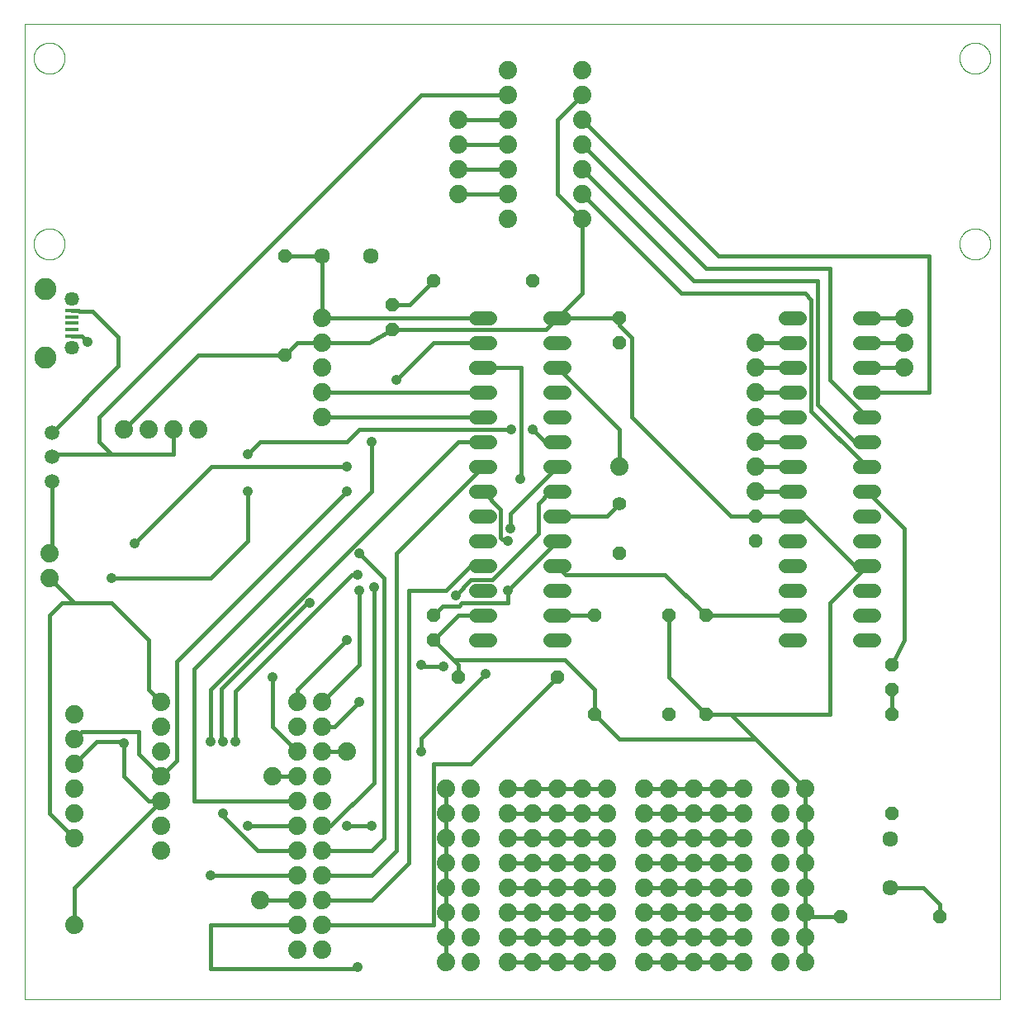
<source format=gtl>
G04 EAGLE Gerber RS-274X export*
G75*
%MOMM*%
%FSLAX34Y34*%
%LPD*%
%INTop Copper*%
%IPPOS*%
%AMOC8*
5,1,8,0,0,1.08239X$1,22.5*%
G01*
%ADD10C,0.000000*%
%ADD11C,1.422400*%
%ADD12R,1.350000X0.400000*%
%ADD13C,1.459600*%
%ADD14C,2.250000*%
%ADD15C,1.879600*%
%ADD16C,1.509600*%
%ADD17P,1.539592X8X112.500000*%
%ADD18P,1.539592X8X202.500000*%
%ADD19C,1.609600*%
%ADD20P,1.539592X8X292.500000*%
%ADD21C,1.422400*%
%ADD22C,0.406400*%
%ADD23C,1.058000*%


D10*
X0Y0D02*
X1000000Y0D01*
X1000000Y1000000D01*
X0Y1000000D01*
X0Y0D01*
X9525Y965200D02*
X9530Y965590D01*
X9544Y965979D01*
X9568Y966368D01*
X9601Y966756D01*
X9644Y967143D01*
X9697Y967529D01*
X9759Y967914D01*
X9830Y968297D01*
X9911Y968678D01*
X10001Y969057D01*
X10100Y969434D01*
X10209Y969808D01*
X10326Y970180D01*
X10453Y970548D01*
X10589Y970913D01*
X10733Y971275D01*
X10887Y971633D01*
X11049Y971987D01*
X11220Y972338D01*
X11399Y972683D01*
X11587Y973025D01*
X11784Y973361D01*
X11988Y973693D01*
X12200Y974020D01*
X12421Y974341D01*
X12649Y974657D01*
X12885Y974967D01*
X13128Y975271D01*
X13379Y975569D01*
X13637Y975861D01*
X13903Y976146D01*
X14175Y976425D01*
X14454Y976697D01*
X14739Y976963D01*
X15031Y977221D01*
X15329Y977472D01*
X15633Y977715D01*
X15943Y977951D01*
X16259Y978179D01*
X16580Y978400D01*
X16907Y978612D01*
X17239Y978816D01*
X17575Y979013D01*
X17917Y979201D01*
X18262Y979380D01*
X18613Y979551D01*
X18967Y979713D01*
X19325Y979867D01*
X19687Y980011D01*
X20052Y980147D01*
X20420Y980274D01*
X20792Y980391D01*
X21166Y980500D01*
X21543Y980599D01*
X21922Y980689D01*
X22303Y980770D01*
X22686Y980841D01*
X23071Y980903D01*
X23457Y980956D01*
X23844Y980999D01*
X24232Y981032D01*
X24621Y981056D01*
X25010Y981070D01*
X25400Y981075D01*
X25790Y981070D01*
X26179Y981056D01*
X26568Y981032D01*
X26956Y980999D01*
X27343Y980956D01*
X27729Y980903D01*
X28114Y980841D01*
X28497Y980770D01*
X28878Y980689D01*
X29257Y980599D01*
X29634Y980500D01*
X30008Y980391D01*
X30380Y980274D01*
X30748Y980147D01*
X31113Y980011D01*
X31475Y979867D01*
X31833Y979713D01*
X32187Y979551D01*
X32538Y979380D01*
X32883Y979201D01*
X33225Y979013D01*
X33561Y978816D01*
X33893Y978612D01*
X34220Y978400D01*
X34541Y978179D01*
X34857Y977951D01*
X35167Y977715D01*
X35471Y977472D01*
X35769Y977221D01*
X36061Y976963D01*
X36346Y976697D01*
X36625Y976425D01*
X36897Y976146D01*
X37163Y975861D01*
X37421Y975569D01*
X37672Y975271D01*
X37915Y974967D01*
X38151Y974657D01*
X38379Y974341D01*
X38600Y974020D01*
X38812Y973693D01*
X39016Y973361D01*
X39213Y973025D01*
X39401Y972683D01*
X39580Y972338D01*
X39751Y971987D01*
X39913Y971633D01*
X40067Y971275D01*
X40211Y970913D01*
X40347Y970548D01*
X40474Y970180D01*
X40591Y969808D01*
X40700Y969434D01*
X40799Y969057D01*
X40889Y968678D01*
X40970Y968297D01*
X41041Y967914D01*
X41103Y967529D01*
X41156Y967143D01*
X41199Y966756D01*
X41232Y966368D01*
X41256Y965979D01*
X41270Y965590D01*
X41275Y965200D01*
X41270Y964810D01*
X41256Y964421D01*
X41232Y964032D01*
X41199Y963644D01*
X41156Y963257D01*
X41103Y962871D01*
X41041Y962486D01*
X40970Y962103D01*
X40889Y961722D01*
X40799Y961343D01*
X40700Y960966D01*
X40591Y960592D01*
X40474Y960220D01*
X40347Y959852D01*
X40211Y959487D01*
X40067Y959125D01*
X39913Y958767D01*
X39751Y958413D01*
X39580Y958062D01*
X39401Y957717D01*
X39213Y957375D01*
X39016Y957039D01*
X38812Y956707D01*
X38600Y956380D01*
X38379Y956059D01*
X38151Y955743D01*
X37915Y955433D01*
X37672Y955129D01*
X37421Y954831D01*
X37163Y954539D01*
X36897Y954254D01*
X36625Y953975D01*
X36346Y953703D01*
X36061Y953437D01*
X35769Y953179D01*
X35471Y952928D01*
X35167Y952685D01*
X34857Y952449D01*
X34541Y952221D01*
X34220Y952000D01*
X33893Y951788D01*
X33561Y951584D01*
X33225Y951387D01*
X32883Y951199D01*
X32538Y951020D01*
X32187Y950849D01*
X31833Y950687D01*
X31475Y950533D01*
X31113Y950389D01*
X30748Y950253D01*
X30380Y950126D01*
X30008Y950009D01*
X29634Y949900D01*
X29257Y949801D01*
X28878Y949711D01*
X28497Y949630D01*
X28114Y949559D01*
X27729Y949497D01*
X27343Y949444D01*
X26956Y949401D01*
X26568Y949368D01*
X26179Y949344D01*
X25790Y949330D01*
X25400Y949325D01*
X25010Y949330D01*
X24621Y949344D01*
X24232Y949368D01*
X23844Y949401D01*
X23457Y949444D01*
X23071Y949497D01*
X22686Y949559D01*
X22303Y949630D01*
X21922Y949711D01*
X21543Y949801D01*
X21166Y949900D01*
X20792Y950009D01*
X20420Y950126D01*
X20052Y950253D01*
X19687Y950389D01*
X19325Y950533D01*
X18967Y950687D01*
X18613Y950849D01*
X18262Y951020D01*
X17917Y951199D01*
X17575Y951387D01*
X17239Y951584D01*
X16907Y951788D01*
X16580Y952000D01*
X16259Y952221D01*
X15943Y952449D01*
X15633Y952685D01*
X15329Y952928D01*
X15031Y953179D01*
X14739Y953437D01*
X14454Y953703D01*
X14175Y953975D01*
X13903Y954254D01*
X13637Y954539D01*
X13379Y954831D01*
X13128Y955129D01*
X12885Y955433D01*
X12649Y955743D01*
X12421Y956059D01*
X12200Y956380D01*
X11988Y956707D01*
X11784Y957039D01*
X11587Y957375D01*
X11399Y957717D01*
X11220Y958062D01*
X11049Y958413D01*
X10887Y958767D01*
X10733Y959125D01*
X10589Y959487D01*
X10453Y959852D01*
X10326Y960220D01*
X10209Y960592D01*
X10100Y960966D01*
X10001Y961343D01*
X9911Y961722D01*
X9830Y962103D01*
X9759Y962486D01*
X9697Y962871D01*
X9644Y963257D01*
X9601Y963644D01*
X9568Y964032D01*
X9544Y964421D01*
X9530Y964810D01*
X9525Y965200D01*
X9525Y774700D02*
X9530Y775090D01*
X9544Y775479D01*
X9568Y775868D01*
X9601Y776256D01*
X9644Y776643D01*
X9697Y777029D01*
X9759Y777414D01*
X9830Y777797D01*
X9911Y778178D01*
X10001Y778557D01*
X10100Y778934D01*
X10209Y779308D01*
X10326Y779680D01*
X10453Y780048D01*
X10589Y780413D01*
X10733Y780775D01*
X10887Y781133D01*
X11049Y781487D01*
X11220Y781838D01*
X11399Y782183D01*
X11587Y782525D01*
X11784Y782861D01*
X11988Y783193D01*
X12200Y783520D01*
X12421Y783841D01*
X12649Y784157D01*
X12885Y784467D01*
X13128Y784771D01*
X13379Y785069D01*
X13637Y785361D01*
X13903Y785646D01*
X14175Y785925D01*
X14454Y786197D01*
X14739Y786463D01*
X15031Y786721D01*
X15329Y786972D01*
X15633Y787215D01*
X15943Y787451D01*
X16259Y787679D01*
X16580Y787900D01*
X16907Y788112D01*
X17239Y788316D01*
X17575Y788513D01*
X17917Y788701D01*
X18262Y788880D01*
X18613Y789051D01*
X18967Y789213D01*
X19325Y789367D01*
X19687Y789511D01*
X20052Y789647D01*
X20420Y789774D01*
X20792Y789891D01*
X21166Y790000D01*
X21543Y790099D01*
X21922Y790189D01*
X22303Y790270D01*
X22686Y790341D01*
X23071Y790403D01*
X23457Y790456D01*
X23844Y790499D01*
X24232Y790532D01*
X24621Y790556D01*
X25010Y790570D01*
X25400Y790575D01*
X25790Y790570D01*
X26179Y790556D01*
X26568Y790532D01*
X26956Y790499D01*
X27343Y790456D01*
X27729Y790403D01*
X28114Y790341D01*
X28497Y790270D01*
X28878Y790189D01*
X29257Y790099D01*
X29634Y790000D01*
X30008Y789891D01*
X30380Y789774D01*
X30748Y789647D01*
X31113Y789511D01*
X31475Y789367D01*
X31833Y789213D01*
X32187Y789051D01*
X32538Y788880D01*
X32883Y788701D01*
X33225Y788513D01*
X33561Y788316D01*
X33893Y788112D01*
X34220Y787900D01*
X34541Y787679D01*
X34857Y787451D01*
X35167Y787215D01*
X35471Y786972D01*
X35769Y786721D01*
X36061Y786463D01*
X36346Y786197D01*
X36625Y785925D01*
X36897Y785646D01*
X37163Y785361D01*
X37421Y785069D01*
X37672Y784771D01*
X37915Y784467D01*
X38151Y784157D01*
X38379Y783841D01*
X38600Y783520D01*
X38812Y783193D01*
X39016Y782861D01*
X39213Y782525D01*
X39401Y782183D01*
X39580Y781838D01*
X39751Y781487D01*
X39913Y781133D01*
X40067Y780775D01*
X40211Y780413D01*
X40347Y780048D01*
X40474Y779680D01*
X40591Y779308D01*
X40700Y778934D01*
X40799Y778557D01*
X40889Y778178D01*
X40970Y777797D01*
X41041Y777414D01*
X41103Y777029D01*
X41156Y776643D01*
X41199Y776256D01*
X41232Y775868D01*
X41256Y775479D01*
X41270Y775090D01*
X41275Y774700D01*
X41270Y774310D01*
X41256Y773921D01*
X41232Y773532D01*
X41199Y773144D01*
X41156Y772757D01*
X41103Y772371D01*
X41041Y771986D01*
X40970Y771603D01*
X40889Y771222D01*
X40799Y770843D01*
X40700Y770466D01*
X40591Y770092D01*
X40474Y769720D01*
X40347Y769352D01*
X40211Y768987D01*
X40067Y768625D01*
X39913Y768267D01*
X39751Y767913D01*
X39580Y767562D01*
X39401Y767217D01*
X39213Y766875D01*
X39016Y766539D01*
X38812Y766207D01*
X38600Y765880D01*
X38379Y765559D01*
X38151Y765243D01*
X37915Y764933D01*
X37672Y764629D01*
X37421Y764331D01*
X37163Y764039D01*
X36897Y763754D01*
X36625Y763475D01*
X36346Y763203D01*
X36061Y762937D01*
X35769Y762679D01*
X35471Y762428D01*
X35167Y762185D01*
X34857Y761949D01*
X34541Y761721D01*
X34220Y761500D01*
X33893Y761288D01*
X33561Y761084D01*
X33225Y760887D01*
X32883Y760699D01*
X32538Y760520D01*
X32187Y760349D01*
X31833Y760187D01*
X31475Y760033D01*
X31113Y759889D01*
X30748Y759753D01*
X30380Y759626D01*
X30008Y759509D01*
X29634Y759400D01*
X29257Y759301D01*
X28878Y759211D01*
X28497Y759130D01*
X28114Y759059D01*
X27729Y758997D01*
X27343Y758944D01*
X26956Y758901D01*
X26568Y758868D01*
X26179Y758844D01*
X25790Y758830D01*
X25400Y758825D01*
X25010Y758830D01*
X24621Y758844D01*
X24232Y758868D01*
X23844Y758901D01*
X23457Y758944D01*
X23071Y758997D01*
X22686Y759059D01*
X22303Y759130D01*
X21922Y759211D01*
X21543Y759301D01*
X21166Y759400D01*
X20792Y759509D01*
X20420Y759626D01*
X20052Y759753D01*
X19687Y759889D01*
X19325Y760033D01*
X18967Y760187D01*
X18613Y760349D01*
X18262Y760520D01*
X17917Y760699D01*
X17575Y760887D01*
X17239Y761084D01*
X16907Y761288D01*
X16580Y761500D01*
X16259Y761721D01*
X15943Y761949D01*
X15633Y762185D01*
X15329Y762428D01*
X15031Y762679D01*
X14739Y762937D01*
X14454Y763203D01*
X14175Y763475D01*
X13903Y763754D01*
X13637Y764039D01*
X13379Y764331D01*
X13128Y764629D01*
X12885Y764933D01*
X12649Y765243D01*
X12421Y765559D01*
X12200Y765880D01*
X11988Y766207D01*
X11784Y766539D01*
X11587Y766875D01*
X11399Y767217D01*
X11220Y767562D01*
X11049Y767913D01*
X10887Y768267D01*
X10733Y768625D01*
X10589Y768987D01*
X10453Y769352D01*
X10326Y769720D01*
X10209Y770092D01*
X10100Y770466D01*
X10001Y770843D01*
X9911Y771222D01*
X9830Y771603D01*
X9759Y771986D01*
X9697Y772371D01*
X9644Y772757D01*
X9601Y773144D01*
X9568Y773532D01*
X9544Y773921D01*
X9530Y774310D01*
X9525Y774700D01*
X958723Y965200D02*
X958728Y965590D01*
X958742Y965979D01*
X958766Y966368D01*
X958799Y966756D01*
X958842Y967143D01*
X958895Y967529D01*
X958957Y967914D01*
X959028Y968297D01*
X959109Y968678D01*
X959199Y969057D01*
X959298Y969434D01*
X959407Y969808D01*
X959524Y970180D01*
X959651Y970548D01*
X959787Y970913D01*
X959931Y971275D01*
X960085Y971633D01*
X960247Y971987D01*
X960418Y972338D01*
X960597Y972683D01*
X960785Y973025D01*
X960982Y973361D01*
X961186Y973693D01*
X961398Y974020D01*
X961619Y974341D01*
X961847Y974657D01*
X962083Y974967D01*
X962326Y975271D01*
X962577Y975569D01*
X962835Y975861D01*
X963101Y976146D01*
X963373Y976425D01*
X963652Y976697D01*
X963937Y976963D01*
X964229Y977221D01*
X964527Y977472D01*
X964831Y977715D01*
X965141Y977951D01*
X965457Y978179D01*
X965778Y978400D01*
X966105Y978612D01*
X966437Y978816D01*
X966773Y979013D01*
X967115Y979201D01*
X967460Y979380D01*
X967811Y979551D01*
X968165Y979713D01*
X968523Y979867D01*
X968885Y980011D01*
X969250Y980147D01*
X969618Y980274D01*
X969990Y980391D01*
X970364Y980500D01*
X970741Y980599D01*
X971120Y980689D01*
X971501Y980770D01*
X971884Y980841D01*
X972269Y980903D01*
X972655Y980956D01*
X973042Y980999D01*
X973430Y981032D01*
X973819Y981056D01*
X974208Y981070D01*
X974598Y981075D01*
X974988Y981070D01*
X975377Y981056D01*
X975766Y981032D01*
X976154Y980999D01*
X976541Y980956D01*
X976927Y980903D01*
X977312Y980841D01*
X977695Y980770D01*
X978076Y980689D01*
X978455Y980599D01*
X978832Y980500D01*
X979206Y980391D01*
X979578Y980274D01*
X979946Y980147D01*
X980311Y980011D01*
X980673Y979867D01*
X981031Y979713D01*
X981385Y979551D01*
X981736Y979380D01*
X982081Y979201D01*
X982423Y979013D01*
X982759Y978816D01*
X983091Y978612D01*
X983418Y978400D01*
X983739Y978179D01*
X984055Y977951D01*
X984365Y977715D01*
X984669Y977472D01*
X984967Y977221D01*
X985259Y976963D01*
X985544Y976697D01*
X985823Y976425D01*
X986095Y976146D01*
X986361Y975861D01*
X986619Y975569D01*
X986870Y975271D01*
X987113Y974967D01*
X987349Y974657D01*
X987577Y974341D01*
X987798Y974020D01*
X988010Y973693D01*
X988214Y973361D01*
X988411Y973025D01*
X988599Y972683D01*
X988778Y972338D01*
X988949Y971987D01*
X989111Y971633D01*
X989265Y971275D01*
X989409Y970913D01*
X989545Y970548D01*
X989672Y970180D01*
X989789Y969808D01*
X989898Y969434D01*
X989997Y969057D01*
X990087Y968678D01*
X990168Y968297D01*
X990239Y967914D01*
X990301Y967529D01*
X990354Y967143D01*
X990397Y966756D01*
X990430Y966368D01*
X990454Y965979D01*
X990468Y965590D01*
X990473Y965200D01*
X990468Y964810D01*
X990454Y964421D01*
X990430Y964032D01*
X990397Y963644D01*
X990354Y963257D01*
X990301Y962871D01*
X990239Y962486D01*
X990168Y962103D01*
X990087Y961722D01*
X989997Y961343D01*
X989898Y960966D01*
X989789Y960592D01*
X989672Y960220D01*
X989545Y959852D01*
X989409Y959487D01*
X989265Y959125D01*
X989111Y958767D01*
X988949Y958413D01*
X988778Y958062D01*
X988599Y957717D01*
X988411Y957375D01*
X988214Y957039D01*
X988010Y956707D01*
X987798Y956380D01*
X987577Y956059D01*
X987349Y955743D01*
X987113Y955433D01*
X986870Y955129D01*
X986619Y954831D01*
X986361Y954539D01*
X986095Y954254D01*
X985823Y953975D01*
X985544Y953703D01*
X985259Y953437D01*
X984967Y953179D01*
X984669Y952928D01*
X984365Y952685D01*
X984055Y952449D01*
X983739Y952221D01*
X983418Y952000D01*
X983091Y951788D01*
X982759Y951584D01*
X982423Y951387D01*
X982081Y951199D01*
X981736Y951020D01*
X981385Y950849D01*
X981031Y950687D01*
X980673Y950533D01*
X980311Y950389D01*
X979946Y950253D01*
X979578Y950126D01*
X979206Y950009D01*
X978832Y949900D01*
X978455Y949801D01*
X978076Y949711D01*
X977695Y949630D01*
X977312Y949559D01*
X976927Y949497D01*
X976541Y949444D01*
X976154Y949401D01*
X975766Y949368D01*
X975377Y949344D01*
X974988Y949330D01*
X974598Y949325D01*
X974208Y949330D01*
X973819Y949344D01*
X973430Y949368D01*
X973042Y949401D01*
X972655Y949444D01*
X972269Y949497D01*
X971884Y949559D01*
X971501Y949630D01*
X971120Y949711D01*
X970741Y949801D01*
X970364Y949900D01*
X969990Y950009D01*
X969618Y950126D01*
X969250Y950253D01*
X968885Y950389D01*
X968523Y950533D01*
X968165Y950687D01*
X967811Y950849D01*
X967460Y951020D01*
X967115Y951199D01*
X966773Y951387D01*
X966437Y951584D01*
X966105Y951788D01*
X965778Y952000D01*
X965457Y952221D01*
X965141Y952449D01*
X964831Y952685D01*
X964527Y952928D01*
X964229Y953179D01*
X963937Y953437D01*
X963652Y953703D01*
X963373Y953975D01*
X963101Y954254D01*
X962835Y954539D01*
X962577Y954831D01*
X962326Y955129D01*
X962083Y955433D01*
X961847Y955743D01*
X961619Y956059D01*
X961398Y956380D01*
X961186Y956707D01*
X960982Y957039D01*
X960785Y957375D01*
X960597Y957717D01*
X960418Y958062D01*
X960247Y958413D01*
X960085Y958767D01*
X959931Y959125D01*
X959787Y959487D01*
X959651Y959852D01*
X959524Y960220D01*
X959407Y960592D01*
X959298Y960966D01*
X959199Y961343D01*
X959109Y961722D01*
X959028Y962103D01*
X958957Y962486D01*
X958895Y962871D01*
X958842Y963257D01*
X958799Y963644D01*
X958766Y964032D01*
X958742Y964421D01*
X958728Y964810D01*
X958723Y965200D01*
X958723Y774700D02*
X958728Y775090D01*
X958742Y775479D01*
X958766Y775868D01*
X958799Y776256D01*
X958842Y776643D01*
X958895Y777029D01*
X958957Y777414D01*
X959028Y777797D01*
X959109Y778178D01*
X959199Y778557D01*
X959298Y778934D01*
X959407Y779308D01*
X959524Y779680D01*
X959651Y780048D01*
X959787Y780413D01*
X959931Y780775D01*
X960085Y781133D01*
X960247Y781487D01*
X960418Y781838D01*
X960597Y782183D01*
X960785Y782525D01*
X960982Y782861D01*
X961186Y783193D01*
X961398Y783520D01*
X961619Y783841D01*
X961847Y784157D01*
X962083Y784467D01*
X962326Y784771D01*
X962577Y785069D01*
X962835Y785361D01*
X963101Y785646D01*
X963373Y785925D01*
X963652Y786197D01*
X963937Y786463D01*
X964229Y786721D01*
X964527Y786972D01*
X964831Y787215D01*
X965141Y787451D01*
X965457Y787679D01*
X965778Y787900D01*
X966105Y788112D01*
X966437Y788316D01*
X966773Y788513D01*
X967115Y788701D01*
X967460Y788880D01*
X967811Y789051D01*
X968165Y789213D01*
X968523Y789367D01*
X968885Y789511D01*
X969250Y789647D01*
X969618Y789774D01*
X969990Y789891D01*
X970364Y790000D01*
X970741Y790099D01*
X971120Y790189D01*
X971501Y790270D01*
X971884Y790341D01*
X972269Y790403D01*
X972655Y790456D01*
X973042Y790499D01*
X973430Y790532D01*
X973819Y790556D01*
X974208Y790570D01*
X974598Y790575D01*
X974988Y790570D01*
X975377Y790556D01*
X975766Y790532D01*
X976154Y790499D01*
X976541Y790456D01*
X976927Y790403D01*
X977312Y790341D01*
X977695Y790270D01*
X978076Y790189D01*
X978455Y790099D01*
X978832Y790000D01*
X979206Y789891D01*
X979578Y789774D01*
X979946Y789647D01*
X980311Y789511D01*
X980673Y789367D01*
X981031Y789213D01*
X981385Y789051D01*
X981736Y788880D01*
X982081Y788701D01*
X982423Y788513D01*
X982759Y788316D01*
X983091Y788112D01*
X983418Y787900D01*
X983739Y787679D01*
X984055Y787451D01*
X984365Y787215D01*
X984669Y786972D01*
X984967Y786721D01*
X985259Y786463D01*
X985544Y786197D01*
X985823Y785925D01*
X986095Y785646D01*
X986361Y785361D01*
X986619Y785069D01*
X986870Y784771D01*
X987113Y784467D01*
X987349Y784157D01*
X987577Y783841D01*
X987798Y783520D01*
X988010Y783193D01*
X988214Y782861D01*
X988411Y782525D01*
X988599Y782183D01*
X988778Y781838D01*
X988949Y781487D01*
X989111Y781133D01*
X989265Y780775D01*
X989409Y780413D01*
X989545Y780048D01*
X989672Y779680D01*
X989789Y779308D01*
X989898Y778934D01*
X989997Y778557D01*
X990087Y778178D01*
X990168Y777797D01*
X990239Y777414D01*
X990301Y777029D01*
X990354Y776643D01*
X990397Y776256D01*
X990430Y775868D01*
X990454Y775479D01*
X990468Y775090D01*
X990473Y774700D01*
X990468Y774310D01*
X990454Y773921D01*
X990430Y773532D01*
X990397Y773144D01*
X990354Y772757D01*
X990301Y772371D01*
X990239Y771986D01*
X990168Y771603D01*
X990087Y771222D01*
X989997Y770843D01*
X989898Y770466D01*
X989789Y770092D01*
X989672Y769720D01*
X989545Y769352D01*
X989409Y768987D01*
X989265Y768625D01*
X989111Y768267D01*
X988949Y767913D01*
X988778Y767562D01*
X988599Y767217D01*
X988411Y766875D01*
X988214Y766539D01*
X988010Y766207D01*
X987798Y765880D01*
X987577Y765559D01*
X987349Y765243D01*
X987113Y764933D01*
X986870Y764629D01*
X986619Y764331D01*
X986361Y764039D01*
X986095Y763754D01*
X985823Y763475D01*
X985544Y763203D01*
X985259Y762937D01*
X984967Y762679D01*
X984669Y762428D01*
X984365Y762185D01*
X984055Y761949D01*
X983739Y761721D01*
X983418Y761500D01*
X983091Y761288D01*
X982759Y761084D01*
X982423Y760887D01*
X982081Y760699D01*
X981736Y760520D01*
X981385Y760349D01*
X981031Y760187D01*
X980673Y760033D01*
X980311Y759889D01*
X979946Y759753D01*
X979578Y759626D01*
X979206Y759509D01*
X978832Y759400D01*
X978455Y759301D01*
X978076Y759211D01*
X977695Y759130D01*
X977312Y759059D01*
X976927Y758997D01*
X976541Y758944D01*
X976154Y758901D01*
X975766Y758868D01*
X975377Y758844D01*
X974988Y758830D01*
X974598Y758825D01*
X974208Y758830D01*
X973819Y758844D01*
X973430Y758868D01*
X973042Y758901D01*
X972655Y758944D01*
X972269Y758997D01*
X971884Y759059D01*
X971501Y759130D01*
X971120Y759211D01*
X970741Y759301D01*
X970364Y759400D01*
X969990Y759509D01*
X969618Y759626D01*
X969250Y759753D01*
X968885Y759889D01*
X968523Y760033D01*
X968165Y760187D01*
X967811Y760349D01*
X967460Y760520D01*
X967115Y760699D01*
X966773Y760887D01*
X966437Y761084D01*
X966105Y761288D01*
X965778Y761500D01*
X965457Y761721D01*
X965141Y761949D01*
X964831Y762185D01*
X964527Y762428D01*
X964229Y762679D01*
X963937Y762937D01*
X963652Y763203D01*
X963373Y763475D01*
X963101Y763754D01*
X962835Y764039D01*
X962577Y764331D01*
X962326Y764629D01*
X962083Y764933D01*
X961847Y765243D01*
X961619Y765559D01*
X961398Y765880D01*
X961186Y766207D01*
X960982Y766539D01*
X960785Y766875D01*
X960597Y767217D01*
X960418Y767562D01*
X960247Y767913D01*
X960085Y768267D01*
X959931Y768625D01*
X959787Y768987D01*
X959651Y769352D01*
X959524Y769720D01*
X959407Y770092D01*
X959298Y770466D01*
X959199Y770843D01*
X959109Y771222D01*
X959028Y771603D01*
X958957Y771986D01*
X958895Y772371D01*
X958842Y772757D01*
X958799Y773144D01*
X958766Y773532D01*
X958742Y773921D01*
X958728Y774310D01*
X958723Y774700D01*
D11*
X477012Y698500D02*
X462788Y698500D01*
X462788Y673100D02*
X477012Y673100D01*
X477012Y647700D02*
X462788Y647700D01*
X462788Y622300D02*
X477012Y622300D01*
X477012Y596900D02*
X462788Y596900D01*
X462788Y571500D02*
X477012Y571500D01*
X477012Y546100D02*
X462788Y546100D01*
X462788Y520700D02*
X477012Y520700D01*
X477012Y495300D02*
X462788Y495300D01*
X462788Y469900D02*
X477012Y469900D01*
X477012Y444500D02*
X462788Y444500D01*
X462788Y419100D02*
X477012Y419100D01*
X477012Y393700D02*
X462788Y393700D01*
X462788Y368300D02*
X477012Y368300D01*
X538988Y368300D02*
X553212Y368300D01*
X553212Y393700D02*
X538988Y393700D01*
X538988Y419100D02*
X553212Y419100D01*
X553212Y444500D02*
X538988Y444500D01*
X538988Y469900D02*
X553212Y469900D01*
X553212Y495300D02*
X538988Y495300D01*
X538988Y520700D02*
X553212Y520700D01*
X553212Y546100D02*
X538988Y546100D01*
X538988Y571500D02*
X553212Y571500D01*
X553212Y596900D02*
X538988Y596900D01*
X538988Y622300D02*
X553212Y622300D01*
X553212Y647700D02*
X538988Y647700D01*
X538988Y673100D02*
X553212Y673100D01*
X553212Y698500D02*
X538988Y698500D01*
D12*
X48590Y693420D03*
X48590Y686920D03*
X48590Y680420D03*
X48590Y706420D03*
X48590Y699920D03*
D13*
X48590Y718420D03*
X48590Y668420D03*
D14*
X21590Y728420D03*
X21590Y658420D03*
D15*
X25400Y457200D03*
X25400Y431800D03*
D16*
X27940Y581260D03*
X27940Y556260D03*
X27940Y531260D03*
D15*
X177800Y584200D03*
X152400Y584200D03*
X127000Y584200D03*
X101600Y584200D03*
D17*
X377190Y687070D03*
X377190Y712470D03*
D18*
X520700Y736600D03*
X419100Y736600D03*
D19*
X305200Y762000D03*
X355200Y762000D03*
D15*
X304800Y698500D03*
X304800Y673100D03*
X304800Y647700D03*
X304800Y622300D03*
X304800Y596900D03*
D20*
X266700Y762000D03*
X266700Y660400D03*
X609600Y698500D03*
X609600Y673100D03*
D17*
X419100Y368300D03*
X419100Y393700D03*
D21*
X609600Y508000D03*
D20*
X609600Y457200D03*
D15*
X50800Y165100D03*
X50800Y190500D03*
X50800Y215900D03*
X50800Y241300D03*
X50800Y266700D03*
X50800Y292100D03*
X139700Y304800D03*
X139700Y279400D03*
X139700Y254000D03*
X139700Y228600D03*
X139700Y203200D03*
X139700Y177800D03*
X139700Y152400D03*
D11*
X780288Y698500D02*
X794512Y698500D01*
X794512Y673100D02*
X780288Y673100D01*
X780288Y647700D02*
X794512Y647700D01*
X794512Y622300D02*
X780288Y622300D01*
X780288Y596900D02*
X794512Y596900D01*
X794512Y571500D02*
X780288Y571500D01*
X780288Y546100D02*
X794512Y546100D01*
X794512Y520700D02*
X780288Y520700D01*
X780288Y495300D02*
X794512Y495300D01*
X794512Y469900D02*
X780288Y469900D01*
X780288Y444500D02*
X794512Y444500D01*
X794512Y419100D02*
X780288Y419100D01*
X780288Y393700D02*
X794512Y393700D01*
X794512Y368300D02*
X780288Y368300D01*
X856488Y368300D02*
X870712Y368300D01*
X870712Y393700D02*
X856488Y393700D01*
X856488Y419100D02*
X870712Y419100D01*
X870712Y444500D02*
X856488Y444500D01*
X856488Y469900D02*
X870712Y469900D01*
X870712Y495300D02*
X856488Y495300D01*
X856488Y520700D02*
X870712Y520700D01*
X870712Y546100D02*
X856488Y546100D01*
X856488Y571500D02*
X870712Y571500D01*
X870712Y596900D02*
X856488Y596900D01*
X856488Y622300D02*
X870712Y622300D01*
X870712Y647700D02*
X856488Y647700D01*
X856488Y673100D02*
X870712Y673100D01*
X870712Y698500D02*
X856488Y698500D01*
D20*
X749300Y495300D03*
X749300Y469900D03*
D17*
X660400Y292100D03*
X660400Y393700D03*
D20*
X698500Y393700D03*
X698500Y292100D03*
X889000Y342900D03*
X889000Y317500D03*
D17*
X889000Y190500D03*
X889000Y292100D03*
D19*
X887730Y114700D03*
X887730Y164700D03*
D18*
X938530Y85090D03*
X836930Y85090D03*
D15*
X495300Y952500D03*
X495300Y927100D03*
X495300Y901700D03*
X495300Y876300D03*
X495300Y850900D03*
X495300Y825500D03*
X495300Y800100D03*
X571500Y800100D03*
X571500Y825500D03*
X571500Y850900D03*
X571500Y876300D03*
X571500Y901700D03*
X571500Y927100D03*
X571500Y952500D03*
X444500Y876300D03*
X444500Y901700D03*
X444500Y825500D03*
X444500Y850900D03*
X304800Y50800D03*
X304800Y76200D03*
X304800Y101600D03*
X304800Y127000D03*
X304800Y152400D03*
X304800Y177800D03*
X304800Y203200D03*
X304800Y228600D03*
X304800Y254000D03*
X304800Y279400D03*
X304800Y304800D03*
X279400Y304800D03*
X279400Y279400D03*
X279400Y254000D03*
X279400Y228600D03*
X279400Y203200D03*
X279400Y177800D03*
X279400Y152400D03*
X279400Y127000D03*
X279400Y101600D03*
X279400Y76200D03*
X279400Y50800D03*
D18*
X546100Y330200D03*
X444500Y330200D03*
D20*
X584200Y393700D03*
X584200Y292100D03*
D15*
X330200Y254000D03*
X241300Y101600D03*
X254000Y228600D03*
X749300Y673100D03*
X749300Y647700D03*
X749300Y622300D03*
X749300Y596900D03*
X749300Y571500D03*
X749300Y546100D03*
X749300Y520700D03*
X901700Y698500D03*
X901700Y673100D03*
X901700Y647700D03*
X495300Y38100D03*
X495300Y63500D03*
X495300Y88900D03*
X495300Y114300D03*
X495300Y139700D03*
X495300Y165100D03*
X495300Y190500D03*
X495300Y215900D03*
X520700Y38100D03*
X520700Y63500D03*
X520700Y88900D03*
X520700Y114300D03*
X520700Y139700D03*
X520700Y165100D03*
X520700Y190500D03*
X520700Y215900D03*
X546100Y38100D03*
X546100Y63500D03*
X546100Y88900D03*
X546100Y114300D03*
X546100Y139700D03*
X546100Y165100D03*
X546100Y190500D03*
X546100Y215900D03*
X571500Y38100D03*
X571500Y63500D03*
X571500Y88900D03*
X571500Y114300D03*
X571500Y139700D03*
X571500Y165100D03*
X571500Y190500D03*
X571500Y215900D03*
X596900Y38100D03*
X596900Y63500D03*
X596900Y88900D03*
X596900Y114300D03*
X596900Y139700D03*
X596900Y165100D03*
X596900Y190500D03*
X596900Y215900D03*
X635000Y38100D03*
X635000Y63500D03*
X635000Y88900D03*
X635000Y114300D03*
X635000Y139700D03*
X635000Y165100D03*
X635000Y190500D03*
X635000Y215900D03*
X660400Y38100D03*
X660400Y63500D03*
X660400Y88900D03*
X660400Y114300D03*
X660400Y139700D03*
X660400Y165100D03*
X660400Y190500D03*
X660400Y215900D03*
X685800Y38100D03*
X685800Y63500D03*
X685800Y88900D03*
X685800Y114300D03*
X685800Y139700D03*
X685800Y165100D03*
X685800Y190500D03*
X685800Y215900D03*
X711200Y38100D03*
X711200Y63500D03*
X711200Y88900D03*
X711200Y114300D03*
X711200Y139700D03*
X711200Y165100D03*
X711200Y190500D03*
X711200Y215900D03*
X736600Y38100D03*
X736600Y63500D03*
X736600Y88900D03*
X736600Y114300D03*
X736600Y139700D03*
X736600Y165100D03*
X736600Y190500D03*
X736600Y215900D03*
X800100Y215900D03*
X800100Y190500D03*
X800100Y165100D03*
X800100Y139700D03*
X800100Y114300D03*
X800100Y88900D03*
X800100Y63500D03*
X800100Y38100D03*
X774700Y215900D03*
X774700Y190500D03*
X774700Y165100D03*
X774700Y139700D03*
X774700Y114300D03*
X774700Y88900D03*
X774700Y63500D03*
X774700Y38100D03*
X457200Y215900D03*
X457200Y190500D03*
X457200Y165100D03*
X457200Y139700D03*
X457200Y114300D03*
X457200Y88900D03*
X457200Y63500D03*
X457200Y38100D03*
X431800Y38100D03*
X431800Y63500D03*
X431800Y88900D03*
X431800Y114300D03*
X431800Y139700D03*
X431800Y165100D03*
X431800Y190500D03*
X431800Y215900D03*
X50800Y76200D03*
X609600Y546100D03*
D22*
X96238Y649558D02*
X27940Y581260D01*
X96238Y649558D02*
X96238Y679469D01*
X69723Y705984D01*
X56016Y705984D02*
X55580Y706420D01*
X56016Y705984D02*
X69723Y705984D01*
X55580Y706420D02*
X48590Y706420D01*
X48590Y680420D02*
X58720Y680420D01*
X64770Y674370D01*
D23*
X64770Y674370D03*
D22*
X127000Y368300D02*
X127000Y317500D01*
X139700Y304800D01*
X127000Y368300D02*
X88900Y406400D01*
X50800Y406400D02*
X25400Y431800D01*
X25400Y190500D02*
X50800Y165100D01*
X25400Y190500D02*
X25400Y393700D01*
X38100Y406400D01*
X50800Y406400D01*
X88900Y406400D01*
X488188Y474088D02*
X488188Y502412D01*
X492376Y469900D02*
X495300Y469900D01*
X492376Y469900D02*
X488188Y474088D01*
X488188Y502412D02*
X469900Y520700D01*
D23*
X495300Y469900D03*
D22*
X448694Y406400D02*
X445420Y403126D01*
X448694Y406400D02*
X495300Y406400D01*
X428526Y403126D02*
X419100Y393700D01*
X428526Y403126D02*
X445420Y403126D01*
X495300Y406400D02*
X495300Y419100D01*
D23*
X495300Y419100D03*
D22*
X546100Y469900D01*
X27940Y459740D02*
X27940Y531260D01*
X27940Y459740D02*
X25400Y457200D01*
X406400Y927100D02*
X495300Y927100D01*
X76200Y596900D02*
X76200Y571500D01*
X88900Y558800D02*
X152400Y558800D01*
X152400Y584200D01*
X76200Y596900D02*
X406400Y927100D01*
X431800Y215900D02*
X431800Y190500D01*
X431800Y139700D01*
X431800Y114300D01*
X431800Y88900D01*
X431800Y63500D01*
X27940Y556260D02*
X30480Y558800D01*
X88900Y558800D01*
X76200Y571500D01*
X431800Y190500D02*
X431800Y165100D01*
X431800Y63500D02*
X431800Y38100D01*
X101600Y584200D02*
X177800Y660400D01*
X266700Y660400D01*
X279400Y673100D02*
X304800Y673100D01*
X279400Y673100D02*
X266700Y660400D01*
X304800Y673100D02*
X353060Y673100D01*
X377190Y687070D01*
X534670Y687070D01*
X546100Y698500D01*
X609600Y698500D01*
X571500Y723900D02*
X546100Y698500D01*
X571500Y723900D02*
X571500Y800100D01*
X546100Y825500D02*
X546100Y901700D01*
X546100Y825500D02*
X571500Y800100D01*
X546100Y901700D02*
X571500Y927100D01*
X609600Y698500D02*
X609600Y691278D01*
X622300Y678578D01*
X723900Y495300D02*
X749300Y495300D01*
X723900Y495300D02*
X622300Y596900D01*
X622300Y678578D01*
X660400Y393700D02*
X660400Y330200D01*
X698500Y292100D01*
X723900Y292100D01*
X749300Y266700D02*
X800100Y215900D01*
X749300Y266700D02*
X723900Y292100D01*
X803910Y85090D02*
X836930Y85090D01*
X803910Y85090D02*
X800100Y88900D01*
X439420Y347980D02*
X419100Y368300D01*
X439420Y347980D02*
X444500Y342900D01*
X444500Y330200D01*
X419100Y368300D02*
X444500Y393700D01*
X469900Y393700D01*
X439420Y347980D02*
X553720Y347980D01*
X584200Y317500D02*
X584200Y292100D01*
X584200Y317500D02*
X553720Y347980D01*
X749300Y495300D02*
X787400Y495300D01*
X800100Y495300D01*
X850900Y444500D01*
X863600Y444500D01*
X825500Y406400D01*
X825500Y292100D02*
X698500Y292100D01*
X825500Y292100D02*
X825500Y406400D01*
X800100Y215900D02*
X800100Y190500D01*
X800100Y165100D01*
X800100Y139700D01*
X800100Y114300D01*
X800100Y88900D01*
X800100Y63500D01*
X800100Y38100D01*
X609600Y266700D02*
X584200Y292100D01*
X609600Y266700D02*
X749300Y266700D01*
X394970Y712470D02*
X419100Y736600D01*
X394970Y712470D02*
X377190Y712470D01*
X938530Y97790D02*
X938530Y85090D01*
X938530Y97790D02*
X921620Y114700D01*
X887730Y114700D01*
X596900Y495300D02*
X609600Y508000D01*
X596900Y495300D02*
X546100Y495300D01*
X73660Y264160D02*
X50800Y241300D01*
X100330Y264160D02*
X101600Y262890D01*
X100330Y264160D02*
X73660Y264160D01*
X127000Y203200D02*
X139700Y203200D01*
X101600Y228600D02*
X101600Y262890D01*
X101600Y228600D02*
X127000Y203200D01*
D23*
X330200Y546100D03*
D22*
X191770Y546100D01*
D23*
X113030Y467360D03*
X101600Y262890D03*
D22*
X113030Y467360D02*
X191770Y546100D01*
X139700Y203200D02*
X50800Y114300D01*
X50800Y76200D01*
X609600Y584200D02*
X546100Y647700D01*
X609600Y584200D02*
X609600Y546100D01*
X58420Y274320D02*
X50800Y266700D01*
X58420Y274320D02*
X116840Y274320D01*
X116840Y251460D01*
X139700Y228600D01*
X156464Y346964D02*
X330200Y520700D01*
X156464Y346964D02*
X156464Y245364D01*
X139700Y228600D01*
D23*
X330200Y520700D03*
X88900Y431800D03*
D22*
X190500Y431800D01*
X228600Y469900D01*
X228600Y520700D01*
D23*
X228600Y520700D03*
X228600Y558800D03*
D22*
X241300Y571500D01*
X330200Y571500D01*
X342900Y584200D01*
X499110Y584200D01*
D23*
X499110Y584200D03*
X520700Y584200D03*
D22*
X533400Y571500D01*
X546100Y571500D01*
X554990Y435610D02*
X656590Y435610D01*
X554990Y435610D02*
X546100Y444500D01*
X656590Y435610D02*
X698500Y393700D01*
X787400Y393700D01*
X889000Y317500D02*
X889000Y292100D01*
X889000Y342900D02*
X901700Y368300D01*
X901700Y482600D01*
X863600Y520700D01*
X863600Y546100D02*
X806704Y602996D01*
X673100Y723900D02*
X571500Y825500D01*
X673100Y723900D02*
X800100Y723900D01*
X806704Y717296D01*
X806704Y602996D01*
X850900Y571500D02*
X863600Y571500D01*
X850900Y571500D02*
X812800Y609600D01*
X812800Y736600D01*
X685800Y736600D01*
X571500Y850900D01*
X571500Y876300D02*
X698500Y749300D01*
X825500Y749300D01*
X825500Y635000D01*
X863600Y596900D01*
X711200Y762000D02*
X571500Y901700D01*
X711200Y762000D02*
X927100Y762000D01*
X927100Y622300D01*
X863600Y622300D01*
X495300Y901700D02*
X444500Y901700D01*
X444500Y876300D02*
X495300Y876300D01*
X495300Y850900D02*
X444500Y850900D01*
X444500Y825500D02*
X495300Y825500D01*
X546100Y330200D02*
X457200Y241300D01*
X419100Y241300D01*
X419100Y76200D01*
X304800Y76200D01*
X546100Y393700D02*
X584200Y393700D01*
D23*
X341630Y33020D03*
D22*
X340360Y31750D01*
X190500Y31750D01*
X190500Y76200D01*
X279400Y76200D01*
X355600Y127000D02*
X381000Y152400D01*
X355600Y127000D02*
X304800Y127000D01*
X381000Y457200D02*
X469900Y546100D01*
X381000Y457200D02*
X381000Y152400D01*
X313690Y177800D02*
X358140Y222250D01*
X313690Y177800D02*
X304800Y177800D01*
X358140Y222250D02*
X358140Y422910D01*
D23*
X358140Y422910D03*
D22*
X355600Y177800D02*
X330200Y177800D01*
D23*
X406400Y254000D03*
D22*
X406400Y267970D02*
X472440Y334010D01*
X406400Y267970D02*
X406400Y254000D01*
D23*
X472440Y334010D03*
X508000Y533400D03*
D22*
X509270Y534670D02*
X509270Y647700D01*
X509270Y534670D02*
X508000Y533400D01*
X509270Y647700D02*
X469900Y647700D01*
D23*
X330200Y177800D03*
X355600Y177800D03*
D22*
X279400Y127000D02*
X190500Y127000D01*
D23*
X190500Y127000D03*
X190500Y264160D03*
D22*
X190500Y317500D01*
X444500Y571500D01*
X469900Y571500D01*
X279400Y177800D02*
X228600Y177800D01*
D23*
X228600Y177800D03*
X215900Y264160D03*
D22*
X215900Y316230D02*
X335280Y435610D01*
X215900Y316230D02*
X215900Y264160D01*
X335280Y435610D02*
X341630Y435610D01*
D23*
X341630Y435610D03*
D22*
X419100Y673100D02*
X469900Y673100D01*
X419100Y673100D02*
X381000Y635000D01*
D23*
X381000Y635000D03*
X355600Y571500D03*
D22*
X355600Y520700D01*
X173990Y339090D01*
X173990Y203200D01*
X279400Y203200D01*
X304800Y622300D02*
X469900Y622300D01*
X279400Y152400D02*
X238760Y152400D01*
X203200Y187960D01*
X203200Y190500D01*
D23*
X203200Y190500D03*
X203200Y264160D03*
D22*
X201930Y265430D02*
X201930Y318770D01*
X201930Y265430D02*
X203200Y264160D01*
X201930Y318770D02*
X289560Y406400D01*
X292100Y406400D01*
D23*
X292100Y406400D03*
D22*
X304800Y596900D02*
X469900Y596900D01*
X368300Y165100D02*
X355600Y152400D01*
X304800Y152400D01*
X368300Y431800D02*
X342900Y457200D01*
X368300Y431800D02*
X368300Y165100D01*
D23*
X342900Y457200D03*
D22*
X254000Y330200D02*
X254000Y279400D01*
D23*
X254000Y330200D03*
D22*
X254000Y279400D02*
X279400Y254000D01*
X279400Y304800D02*
X279400Y317500D01*
X330200Y368300D01*
D23*
X330200Y368300D03*
X441960Y414020D03*
D22*
X441960Y414672D02*
X457818Y430530D01*
X441960Y414672D02*
X441960Y414020D01*
X539098Y520700D02*
X546100Y520700D01*
X539098Y520700D02*
X526796Y508398D01*
X479442Y430530D02*
X457818Y430530D01*
X479442Y430530D02*
X526796Y477884D01*
X526796Y508398D01*
X317500Y279400D02*
X304800Y279400D01*
X317500Y279400D02*
X342900Y304800D01*
D23*
X342900Y304800D03*
X406400Y342900D03*
D22*
X407670Y341630D02*
X429260Y341630D01*
X407670Y341630D02*
X406400Y342900D01*
D23*
X429260Y341630D03*
D22*
X342900Y342900D02*
X304800Y304800D01*
X342900Y342900D02*
X342900Y419100D01*
D23*
X342900Y419100D03*
X497840Y482600D03*
D22*
X497840Y497840D01*
X546100Y546100D01*
X393700Y139700D02*
X355600Y101600D01*
X304800Y101600D01*
X393700Y139700D02*
X393700Y419100D01*
X431800Y419100D01*
X457200Y444500D01*
X469900Y444500D01*
X330200Y254000D02*
X304800Y254000D01*
X279400Y101600D02*
X241300Y101600D01*
X254000Y228600D02*
X279400Y228600D01*
X749300Y673100D02*
X787400Y673100D01*
X787400Y647700D02*
X749300Y647700D01*
X749300Y622300D02*
X787400Y622300D01*
X787400Y596900D02*
X749300Y596900D01*
X749300Y571500D02*
X787400Y571500D01*
X787400Y546100D02*
X749300Y546100D01*
X749300Y520700D02*
X787400Y520700D01*
X863600Y698500D02*
X901700Y698500D01*
X901700Y673100D02*
X863600Y673100D01*
X863600Y647700D02*
X901700Y647700D01*
X520700Y215900D02*
X495300Y215900D01*
X520700Y215900D02*
X546100Y215900D01*
X571500Y215900D01*
X596900Y215900D01*
X596900Y190500D02*
X571500Y190500D01*
X546100Y190500D01*
X520700Y190500D01*
X495300Y190500D01*
X495300Y165100D02*
X520700Y165100D01*
X546100Y165100D01*
X571500Y165100D01*
X596900Y165100D01*
X596900Y139700D02*
X571500Y139700D01*
X546100Y139700D01*
X520700Y139700D02*
X495300Y139700D01*
X520700Y139700D02*
X546100Y139700D01*
X520700Y114300D02*
X495300Y114300D01*
X520700Y114300D02*
X546100Y114300D01*
X571500Y114300D01*
X596900Y114300D01*
X596900Y88900D02*
X571500Y88900D01*
X546100Y88900D01*
X520700Y88900D01*
X495300Y88900D01*
X495300Y63500D02*
X520700Y63500D01*
X546100Y63500D01*
X571500Y63500D01*
X596900Y63500D01*
X520700Y38100D02*
X495300Y38100D01*
X520700Y38100D02*
X546100Y38100D01*
X571500Y38100D01*
X596900Y38100D01*
X635000Y215900D02*
X660400Y215900D01*
X685800Y215900D01*
X711200Y215900D01*
X736600Y215900D01*
X736600Y190500D02*
X711200Y190500D01*
X685800Y190500D01*
X660400Y190500D02*
X635000Y190500D01*
X660400Y190500D02*
X685800Y190500D01*
X660400Y165100D02*
X635000Y165100D01*
X660400Y165100D02*
X685800Y165100D01*
X711200Y165100D01*
X736600Y165100D01*
X736600Y139700D02*
X711200Y139700D01*
X685800Y139700D01*
X660400Y139700D01*
X635000Y139700D01*
X635000Y114300D02*
X660400Y114300D01*
X685800Y114300D01*
X711200Y114300D01*
X736600Y114300D01*
X736600Y88900D02*
X711200Y88900D01*
X685800Y88900D01*
X660400Y88900D01*
X635000Y88900D01*
X635000Y63500D02*
X660400Y63500D01*
X685800Y63500D01*
X711200Y63500D01*
X736600Y63500D01*
X736600Y38100D02*
X711200Y38100D01*
X685800Y38100D01*
X660400Y38100D01*
X635000Y38100D01*
X304800Y761600D02*
X305200Y762000D01*
X304800Y761600D02*
X304800Y698500D01*
X305200Y762000D02*
X266700Y762000D01*
X304800Y698500D02*
X469900Y698500D01*
M02*

</source>
